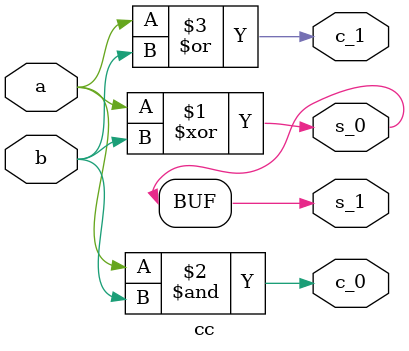
<source format=v>
`timescale 1ns / 1ps


module csa

// Inputs declarations
(input [7:0] a, b, // Two inputs a and b with a carry in cin
input cin,
// Outputs declarations
output reg [7:0] sum, // Sum and carry cout
output reg cout);

parameter W=8;

// Intermediate wires
wire s1_0, c2_0, s2_0, c3_0, s3_0, c4_0, s4_0, c5_0, s5_0, c6_0, s6_0, c7_0, s7_0, c8_0;
wire s1_1, c2_1, s2_1, c3_1, s3_1, c4_1, s4_1, c5_1, s5_1, c6_1, s6_1, c7_1, s7_1, c8_1;

// Intermediate registers
reg fcout;
reg s3level_10, s3level_11, s5level_10, s5level_11, s7level_10, s7level_11;
reg c4level_10, c4level_11, c6level_10, c6level_11, c8level_10,c8level_11;
reg c2level_1;
reg c4level_2;
reg s6level_20, s6level_21, s7level_20, s7level_21, c8level_20,c8level_21;

// Level 0
always @*
{fcout,sum[0]} =  a[0] + b[0] + cin;
// Conditional cells instantiation
cc c1( a[1], b[1], s1_0, s1_1, c2_0, c2_1);
cc c2( a[2], b[2], s2_0, s2_1, c3_0, c3_1);
cc c3( a[3], b[3], s3_0, s3_1, c4_0, c4_1);
cc c4( a[4], b[4], s4_0, s4_1, c5_0, c5_1);
cc c5( a[5], b[5], s5_0, s5_1, c6_0, c6_1);
cc c6( a[6], b[6], s6_0, s6_1, c7_0, c7_1);
cc c7( a[7], b[7], s7_0, s7_1, c8_0, c8_1);

// Level 1 muxes
always @*
case(fcout) // For first mux
1'b0: {c2level_1, sum[1]} = {c2_0, s1_0};
1'b1: {c2level_1, sum[1]} = {c2_1, s1_1};
endcase

always @* // For 2nd mux
case(c3_0)
1'b0: {c4level_10, s3level_10} = {c4_0, s3_0};
1'b1: {c4level_10, s3level_10} = {c4_1, s3_1};
endcase

always @* // For 3rd mux
case(c3_1)
1'b0: {c4level_11, s3level_11} = {c4_0, s3_0};
1'b1: {c4level_11, s3level_11} = {c4_1, s3_1};
endcase

always @* // For 4th mux
case(c5_0)
1'b0: {c6level_10, s5level_10} = {c6_0, s5_0};
1'b1: {c6level_10, s5level_10} = {c6_1, s5_1};
endcase

always @* // For 5th mux
case(c5_1)
1'b0: {c6level_11, s5level_11} = {c6_0, s5_0};
1'b1: {c6level_11, s5level_11} = {c6_1, s5_1};
endcase

always @* // For 6th mux
case(c7_0)
1'b0: {c8level_10, s7level_10} = {c8_0, s7_0};
1'b1: {c8level_10, s7level_10} = {c8_1, s7_1};
endcase

always @* // For 7th mux
case(c7_1)
1'b0: {c8level_11, s7level_11} = {c8_0, s7_0};
1'b1: {c8level_11, s7level_11} = {c8_1, s7_1};
endcase

// Level 2 muxes
always @* // First mux of level2
case(c2level_1)
1'b0: {c4level_2, sum[3], sum[2]} = {c4level_10, s3level_10, s2_0};
1'b1: {c4level_2, sum[3], sum[2]} = {c4level_11, s3level_11, s2_1};
endcase

always @* // 2nd mux of level2
case(c6level_10)
1'b0: {c8level_20, s7level_20, s6level_20}={c8level_10, s7level_10, s6_0};
1'b1: {c8level_20, s7level_20, s6level_20}={c8level_11, s7level_11, s6_1};
endcase

always @* // 3rd mux of level2
case(c6level_11)
1'b0: {c8level_21, s7level_21, s6level_21}={c8level_10, s7level_10, s6_0};
1'b1: {c8level_21, s7level_21, s6level_21}={c8level_11, s7level_11, s6_1};
endcase

// Level 3 mux
always @*
case(c4level_2)
1'b0: {cout,sum[7:4]} = {c8level_20, s7level_20, s6level_20, s5level_10, s4_0};
1'b1: {cout,sum[7:4]} = {c8level_21, s7level_21, s6level_21, s5level_11, s4_1};
endcase

endmodule

// Module for conditional cell
module cc(a, b, s_0, s_1, c_0, c_1);
input a,b;
output s_0, c_0, s_1, c_1;
assign s_0 = a^b; // sum with carry in 0
assign c_0 =  a&b; // carry with carry in 0
assign s_1 = s_0; // sum with carry in 1
assign c_1 = a | b; // carry with carry in 1
endmodule
</source>
